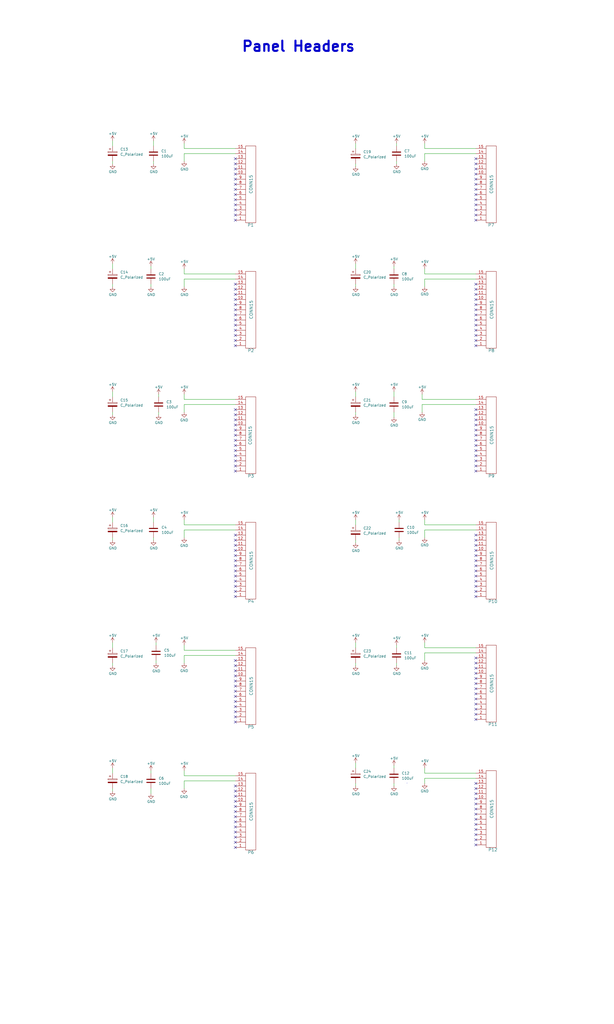
<source format=kicad_sch>
(kicad_sch (version 20250114) (generator "eeschema") (generator_version "9.0")
  (paper "User" 304.8 508)
  (title_block (title "Arena 12-12 top :: Modular LED Display") (date "2025-07-25") (rev "v11.4.3") (company "IORodeo for Reiserlab @ Janelia"))
  (lib_symbols
    (symbol "Device:C" (pin_numbers (hide yes)) (pin_names (offset 0.254))
      (property "Reference" "C" (at 0.635 2.54 0))
      (property "Value" "C" (at 0.635 -2.54 0))
      (symbol "C_0_1"
        (polyline (pts (xy -2.032 0.762) (xy 2.032 0.762)) (stroke (width 0.508)))
        (polyline (pts (xy -2.032 -0.762) (xy 2.032 -0.762)) (stroke (width 0.508)))
      )
      (symbol "C_1_1"
        (pin passive line (at 0 3.81 270) (length 2.794) (name "~") (number "1"))
        (pin passive line (at 0 -3.81 90) (length 2.794) (name "~") (number "2"))
      )
    )
    (symbol "Device:C_Polarized" (pin_numbers (hide yes)) (pin_names (offset 0.254))
      (property "Reference" "C" (at 0.635 2.54 0))
      (property "Value" "C_Polarized" (at 0.635 -2.54 0))
      (symbol "C_Polarized_0_1"
        (rectangle (start -2.286 0.508) (end 2.286 1.016))
        (polyline (pts (xy -1.778 2.286) (xy -0.762 2.286)))
        (polyline (pts (xy -1.27 2.794) (xy -1.27 1.778)))
        (rectangle (start 2.286 -0.508) (end -2.286 -1.016) (fill (type outline)))
      )
      (symbol "C_Polarized_1_1"
        (pin passive line (at 0 3.81 270) (length 2.794) (name "~") (number "1"))
        (pin passive line (at 0 -3.81 90) (length 2.794) (name "~") (number "2"))
      )
    )
    (symbol "arena_custom:CONN15" (pin_names (offset 1.016))
      (property "Reference" "P" (at -17.78 6.35 0))
      (property "Value" "CONN15" (at 13.97 6.35 0))
      (symbol "CONN15_0_1"
        (rectangle (start -19.05 5.08) (end 19.05 0))
      )
      (symbol "CONN15_1_1"
        (pin passive line (at -17.78 -5.08 90) (length 5.08) (name "~") (number "1"))
        (pin passive line (at -15.24 -5.08 90) (length 5.08) (name "~") (number "2"))
        (pin passive line (at -12.7 -5.08 90) (length 5.08) (name "~") (number "3"))
        (pin passive line (at -10.16 -5.08 90) (length 5.08) (name "~") (number "4"))
        (pin passive line (at -7.62 -5.08 90) (length 5.08) (name "~") (number "5"))
        (pin passive line (at -5.08 -5.08 90) (length 5.08) (name "~") (number "6"))
        (pin passive line (at -2.54 -5.08 90) (length 5.08) (name "~") (number "7"))
        (pin passive line (at 0 -5.08 90) (length 5.08) (name "~") (number "8"))
        (pin passive line (at 2.54 -5.08 90) (length 5.08) (name "~") (number "9"))
        (pin passive line (at 5.08 -5.08 90) (length 5.08) (name "~") (number "10"))
        (pin passive line (at 7.62 -5.08 90) (length 5.08) (name "~") (number "11"))
        (pin passive line (at 10.16 -5.08 90) (length 5.08) (name "~") (number "12"))
        (pin passive line (at 12.7 -5.08 90) (length 5.08) (name "~") (number "13"))
        (pin passive line (at 15.24 -5.08 90) (length 5.08) (name "~") (number "14"))
        (pin passive line (at 17.78 -5.08 90) (length 5.08) (name "~") (number "15"))
      )
    )
    (symbol "power:+5V" (power) (pin_names (offset 0))
      (property "Value" "+5V" (at 0 3.556 0))
      (symbol "+5V_0_1"
        (polyline (pts (xy -0.762 1.27) (xy 0 2.54)))
        (polyline (pts (xy 0 2.54) (xy 0.762 1.27)))
        (polyline (pts (xy 0 0) (xy 0 2.54)))
      )
      (symbol "+5V_1_1"
        (pin power_in line (at 0 0 90) (length 0) (hide yes) (name "+5V") (number "1"))
      )
    )
    (symbol "power:GND" (power) (pin_names (offset 0))
      (property "Value" "GND" (at 0 -3.81 0))
      (symbol "GND_0_1"
        (polyline (pts (xy 0 0) (xy 0 -1.27) (xy 1.27 -1.27) (xy 0 -2.54) (xy -1.27 -1.27) (xy 0 -1.27)))
      )
      (symbol "GND_1_1"
        (pin power_in line (at 0 0 270) (length 0) (hide yes) (name "GND") (number "1"))
      )
    )
  )
  (bus_alias "PAN3V" (members "RESET" "SCK_0" "MOSI_0" "MISO_0" "SCK_1" "MOSI_1" "MISO_1" "CS_00" "CS_01" "CS_02" "CS_03" "CS_04" "CS_05" "CS_06" "CS_07" "CS_08" "CS_09" "CS_10" "CS_11" "CS_12" "CS_13" "CS_14" "CS_15" "CS_16" "CS_17" "CS_18" "CS_19" "CS_20" "CS_21" "CS_22" "CS_23" "CS_24" "CS_25" "CS_26" "CS_27" "CS_28" "CS_29" "EXT_INT"))
  (bus_alias "PAN5V" (members "SCK_0_P1" "SCK_0_P2" "SCK_0_P3" "SCK_0_P4" "SCK_0_P5" "SCK_0_P5" "SCK_0_P6" "MOSI_0_P1" "MOSI_0_P2" "MOSI_0_P3" "MOSI_0_P4" "MOSI_0_P5" "MOSI_0_P6" "SCK_1_P7" "SCK_1_P8" "SCK_1_P9" "SCK_1_P10" "SCK_1_P11" "SCK_1_P12" "MOSI_1_P7" "MOSI_1_P8" "MOSI_1_P9" "MOSI_1_P10" "MOSI_1_P11" "MOSI_1_P12" "CS_00_P1" "CS_00_P7" "CS_01_P1" "CS_01_P7" "CS_02_P1" "CS_02_P7" "CS_03_P1" "CS_03_P7" "CS_04_P1" "CS_04_P7" "CS_05_P2" "CS_05_P8" "CS_06_P2" "CS_06_P8" "CS_07_P2" "CS_07_P8" "CS_08_P2" "CS_08_P8" "CS_09_P2" "CS_09_P8" "CS_10_P3" "CS_10_P9" "CS_11_P3" "CS_11_P9" "CS_12_P3" "CS_12_P9" "CS_13_P3" "CS_13_P9" "CS_14_P3" "CS_14_P9" "CS_15_P4" "CS_15_P10" "CS_16_P4" "CS_16_P10" "CS_17_P4" "CS_17_P10" "CS_18_P4" "CS_18_P10" "CS_19_P4" "CS_19_P10" "CS_20_P5" "CS_20_P11" "CS_21_P5" "CS_21_P11" "CS_22_P5" "CS_22_P11" "CS_23_P5" "CS_23_P11" "CS_24_P5" "CS_24_P11" "CS_25_P6" "CS_25_P12" "CS_26_P6" "CS_26_P12" "CS_27_P6" "CS_27_P12" "CS_28_P6" "CS_28_P12" "CS_29_P6" "CS_29_P12" "MISO_0" "MISO_1" "RESET" "EXT_INT"))
  (text "Panel Headers" (at 119.634 26.162 0) (effects (font (size 5.08 5.08) (thickness 1.016) (bold yes)) (justify left bottom)))
  (no_connect (at 236.22 208.28))
  (no_connect (at 116.84 140.97))
  (no_connect (at 236.22 267.97))
  (no_connect (at 116.84 78.74))
  (no_connect (at 116.84 101.6))
  (no_connect (at 116.84 358.14))
  (no_connect (at 236.22 153.67))
  (no_connect (at 236.22 393.7))
  (no_connect (at 236.22 403.86))
  (no_connect (at 116.84 389.89))
  (no_connect (at 116.84 267.97))
  (no_connect (at 236.22 326.39))
  (no_connect (at 116.84 412.75))
  (no_connect (at 116.84 153.67))
  (no_connect (at 236.22 354.33))
  (no_connect (at 236.22 93.98))
  (no_connect (at 236.22 109.22))
  (no_connect (at 236.22 213.36))
  (no_connect (at 116.84 148.59))
  (no_connect (at 116.84 273.05))
  (no_connect (at 116.84 213.36))
  (no_connect (at 116.84 392.43))
  (no_connect (at 116.84 96.52))
  (no_connect (at 116.84 106.68))
  (no_connect (at 236.22 163.83))
  (no_connect (at 116.84 283.21))
  (no_connect (at 236.22 215.9))
  (no_connect (at 236.22 280.67))
  (no_connect (at 236.22 143.51))
  (no_connect (at 116.84 275.59))
  (no_connect (at 236.22 166.37))
  (no_connect (at 116.84 353.06))
  (no_connect (at 236.22 346.71))
  (no_connect (at 116.84 158.75))
  (no_connect (at 236.22 293.37))
  (no_connect (at 116.84 143.51))
  (no_connect (at 116.84 171.45))
  (no_connect (at 116.84 290.83))
  (no_connect (at 236.22 275.59))
  (no_connect (at 116.84 91.44))
  (no_connect (at 236.22 88.9))
  (no_connect (at 116.84 265.43))
  (no_connect (at 236.22 78.74))
  (no_connect (at 116.84 231.14))
  (no_connect (at 116.84 228.6))
  (no_connect (at 116.84 86.36))
  (no_connect (at 116.84 203.2))
  (no_connect (at 116.84 280.67))
  (no_connect (at 116.84 109.22))
  (no_connect (at 116.84 270.51))
  (no_connect (at 236.22 265.43))
  (no_connect (at 236.22 210.82))
  (no_connect (at 116.84 93.98))
  (no_connect (at 116.84 210.82))
  (no_connect (at 116.84 394.97))
  (no_connect (at 236.22 148.59))
  (no_connect (at 116.84 146.05))
  (no_connect (at 116.84 350.52))
  (no_connect (at 116.84 168.91))
  (no_connect (at 236.22 388.62))
  (no_connect (at 236.22 414.02))
  (no_connect (at 116.84 226.06))
  (no_connect (at 236.22 290.83))
  (no_connect (at 116.84 99.06))
  (no_connect (at 236.22 146.05))
  (no_connect (at 236.22 96.52))
  (no_connect (at 236.22 99.06))
  (no_connect (at 116.84 278.13))
  (no_connect (at 236.22 356.87))
  (no_connect (at 116.84 288.29))
  (no_connect (at 236.22 288.29))
  (no_connect (at 116.84 340.36))
  (no_connect (at 116.84 295.91))
  (no_connect (at 116.84 208.28))
  (no_connect (at 236.22 83.82))
  (no_connect (at 116.84 327.66))
  (no_connect (at 236.22 231.14))
  (no_connect (at 236.22 158.75))
  (no_connect (at 236.22 273.05))
  (no_connect (at 236.22 398.78))
  (no_connect (at 236.22 411.48))
  (no_connect (at 116.84 81.28))
  (no_connect (at 116.84 83.82))
  (no_connect (at 116.84 420.37))
  (no_connect (at 116.84 400.05))
  (no_connect (at 236.22 331.47))
  (no_connect (at 236.22 205.74))
  (no_connect (at 236.22 328.93))
  (no_connect (at 236.22 140.97))
  (no_connect (at 116.84 104.14))
  (no_connect (at 116.84 205.74))
  (no_connect (at 236.22 104.14))
  (no_connect (at 236.22 295.91))
  (no_connect (at 116.84 163.83))
  (no_connect (at 236.22 334.01))
  (no_connect (at 116.84 293.37))
  (no_connect (at 116.84 397.51))
  (no_connect (at 236.22 416.56))
  (no_connect (at 236.22 171.45))
  (no_connect (at 236.22 339.09))
  (no_connect (at 116.84 345.44))
  (no_connect (at 236.22 203.2))
  (no_connect (at 236.22 161.29))
  (no_connect (at 236.22 401.32))
  (no_connect (at 116.84 405.13))
  (no_connect (at 116.84 347.98))
  (no_connect (at 236.22 106.68))
  (no_connect (at 236.22 226.06))
  (no_connect (at 116.84 332.74))
  (no_connect (at 116.84 335.28))
  (no_connect (at 116.84 415.29))
  (no_connect (at 236.22 408.94))
  (no_connect (at 116.84 161.29))
  (no_connect (at 116.84 330.2))
  (no_connect (at 236.22 419.1))
  (no_connect (at 236.22 396.24))
  (no_connect (at 236.22 86.36))
  (no_connect (at 236.22 391.16))
  (no_connect (at 116.84 220.98))
  (no_connect (at 236.22 228.6))
  (no_connect (at 236.22 233.68))
  (no_connect (at 116.84 223.52))
  (no_connect (at 236.22 218.44))
  (no_connect (at 236.22 220.98))
  (no_connect (at 116.84 285.75))
  (no_connect (at 116.84 410.21))
  (no_connect (at 236.22 351.79))
  (no_connect (at 116.84 218.44))
  (no_connect (at 236.22 101.6))
  (no_connect (at 116.84 407.67))
  (no_connect (at 116.84 337.82))
  (no_connect (at 236.22 151.13))
  (no_connect (at 236.22 336.55))
  (no_connect (at 116.84 156.21))
  (no_connect (at 236.22 349.25))
  (no_connect (at 116.84 417.83))
  (no_connect (at 116.84 233.68))
  (no_connect (at 236.22 406.4))
  (no_connect (at 236.22 223.52))
  (no_connect (at 116.84 215.9))
  (no_connect (at 116.84 342.9))
  (no_connect (at 116.84 151.13))
  (no_connect (at 116.84 402.59))
  (no_connect (at 236.22 91.44))
  (no_connect (at 236.22 278.13))
  (no_connect (at 236.22 341.63))
  (no_connect (at 236.22 283.21))
  (no_connect (at 116.84 166.37))
  (no_connect (at 236.22 156.21))
  (no_connect (at 236.22 81.28))
  (no_connect (at 116.84 88.9))
  (no_connect (at 236.22 168.91))
  (no_connect (at 236.22 344.17))
  (no_connect (at 236.22 270.51))
  (no_connect (at 236.22 285.75))
  (no_connect (at 116.84 355.6))
  (wire (pts (xy 198.12 257.81) (xy 198.12 259.08)))
  (wire (pts (xy 176.53 257.81) (xy 176.53 260.35)))
  (wire (pts (xy 210.82 386.08) (xy 236.22 386.08)))
  (wire (pts (xy 91.44 384.81) (xy 116.84 384.81)))
  (wire (pts (xy 210.82 323.85) (xy 210.82 327.66)))
  (wire (pts (xy 91.44 195.58) (xy 91.44 198.12)))
  (wire (pts (xy 195.58 142.24) (xy 195.58 140.97)))
  (wire (pts (xy 91.44 325.12) (xy 91.44 328.93)))
  (wire (pts (xy 91.44 262.89) (xy 91.44 266.7)))
  (wire (pts (xy 55.88 381) (xy 55.88 383.54)))
  (wire (pts (xy 91.44 198.12) (xy 116.84 198.12)))
  (wire (pts (xy 55.88 318.77) (xy 55.88 321.31)))
  (wire (pts (xy 91.44 322.58) (xy 116.84 322.58)))
  (wire (pts (xy 91.44 320.04) (xy 91.44 322.58)))
  (wire (pts (xy 91.44 387.35) (xy 116.84 387.35)))
  (wire (pts (xy 176.53 130.81) (xy 176.53 133.35)))
  (wire (pts (xy 196.85 320.04) (xy 196.85 321.31)))
  (wire (pts (xy 209.55 195.58) (xy 209.55 198.12)))
  (wire (pts (xy 76.2 80.01) (xy 76.2 81.28)))
  (wire (pts (xy 209.55 200.66) (xy 209.55 204.47)))
  (wire (pts (xy 91.44 382.27) (xy 91.44 384.81)))
  (wire (pts (xy 91.44 260.35) (xy 116.84 260.35)))
  (wire (pts (xy 55.88 328.93) (xy 55.88 330.2)))
  (wire (pts (xy 91.44 133.35) (xy 91.44 135.89)))
  (wire (pts (xy 176.53 388.62) (xy 176.53 389.89)))
  (wire (pts (xy 196.85 80.01) (xy 196.85 81.28)))
  (wire (pts (xy 55.88 130.81) (xy 55.88 133.35)))
  (wire (pts (xy 210.82 71.12) (xy 210.82 73.66)))
  (wire (pts (xy 91.44 200.66) (xy 116.84 200.66)))
  (wire (pts (xy 74.93 391.16) (xy 74.93 393.7)))
  (wire (pts (xy 176.53 318.77) (xy 176.53 321.31)))
  (wire (pts (xy 76.2 69.85) (xy 76.2 72.39)))
  (polyline (pts (xy 202.057 388.366) (xy 202.057 388.493)))
  (wire (pts (xy 176.53 81.28) (xy 176.53 82.55)))
  (wire (pts (xy 198.12 266.7) (xy 198.12 267.97)))
  (wire (pts (xy 196.85 328.93) (xy 196.85 330.2)))
  (wire (pts (xy 195.58 379.73) (xy 195.58 381)))
  (wire (pts (xy 55.88 140.97) (xy 55.88 142.24)))
  (wire (pts (xy 74.93 382.27) (xy 74.93 383.54)))
  (wire (pts (xy 210.82 138.43) (xy 236.22 138.43)))
  (wire (pts (xy 210.82 257.81) (xy 210.82 260.35)))
  (wire (pts (xy 210.82 73.66) (xy 236.22 73.66)))
  (wire (pts (xy 91.44 73.66) (xy 116.84 73.66)))
  (wire (pts (xy 176.53 71.12) (xy 176.53 73.66)))
  (wire (pts (xy 91.44 262.89) (xy 116.84 262.89)))
  (wire (pts (xy 209.55 200.66) (xy 236.22 200.66)))
  (wire (pts (xy 78.74 195.58) (xy 78.74 196.85)))
  (wire (pts (xy 210.82 321.31) (xy 236.22 321.31)))
  (wire (pts (xy 210.82 260.35) (xy 236.22 260.35)))
  (wire (pts (xy 91.44 138.43) (xy 116.84 138.43)))
  (wire (pts (xy 55.88 266.7) (xy 55.88 267.97)))
  (wire (pts (xy 210.82 386.08) (xy 210.82 388.62)))
  (wire (pts (xy 210.82 262.89) (xy 210.82 266.7)))
  (wire (pts (xy 78.74 204.47) (xy 78.74 205.74)))
  (wire (pts (xy 210.82 262.89) (xy 236.22 262.89)))
  (wire (pts (xy 77.47 318.77) (xy 77.47 320.04)))
  (wire (pts (xy 55.88 256.54) (xy 55.88 259.08)))
  (wire (pts (xy 209.55 198.12) (xy 236.22 198.12)))
  (wire (pts (xy 91.44 257.81) (xy 91.44 260.35)))
  (wire (pts (xy 210.82 76.2) (xy 210.82 80.01)))
  (wire (pts (xy 210.82 323.85) (xy 236.22 323.85)))
  (wire (pts (xy 55.88 80.01) (xy 55.88 81.28)))
  (wire (pts (xy 176.53 267.97) (xy 176.53 269.24)))
  (wire (pts (xy 210.82 135.89) (xy 236.22 135.89)))
  (wire (pts (xy 210.82 383.54) (xy 236.22 383.54)))
  (wire (pts (xy 195.58 204.47) (xy 195.58 207.01)))
  (wire (pts (xy 74.93 132.08) (xy 74.93 133.35)))
  (wire (pts (xy 176.53 328.93) (xy 176.53 330.2)))
  (wire (pts (xy 195.58 194.31) (xy 195.58 196.85)))
  (wire (pts (xy 210.82 138.43) (xy 210.82 142.24)))
  (wire (pts (xy 91.44 387.35) (xy 91.44 391.16)))
  (wire (pts (xy 76.2 256.54) (xy 76.2 259.08)))
  (wire (pts (xy 91.44 200.66) (xy 91.44 204.47)))
  (wire (pts (xy 91.44 76.2) (xy 91.44 80.01)))
  (wire (pts (xy 210.82 318.77) (xy 210.82 321.31)))
  (wire (pts (xy 176.53 140.97) (xy 176.53 142.24)))
  (wire (pts (xy 91.44 76.2) (xy 116.84 76.2)))
  (wire (pts (xy 195.58 132.08) (xy 195.58 133.35)))
  (wire (pts (xy 210.82 133.35) (xy 210.82 135.89)))
  (wire (pts (xy 176.53 194.31) (xy 176.53 196.85)))
  (wire (pts (xy 91.44 138.43) (xy 91.44 142.24)))
  (wire (pts (xy 76.2 266.7) (xy 76.2 267.97)))
  (wire (pts (xy 210.82 76.2) (xy 236.22 76.2)))
  (wire (pts (xy 77.47 327.66) (xy 77.47 328.93)))
  (wire (pts (xy 74.93 140.97) (xy 74.93 142.24)))
  (wire (pts (xy 196.85 71.12) (xy 196.85 72.39)))
  (wire (pts (xy 210.82 381) (xy 210.82 383.54)))
  (wire (pts (xy 91.44 135.89) (xy 116.84 135.89)))
  (wire (pts (xy 91.44 325.12) (xy 116.84 325.12)))
  (wire (pts (xy 91.44 71.12) (xy 91.44 73.66)))
  (wire (pts (xy 55.88 194.31) (xy 55.88 196.85)))
  (wire (pts (xy 55.88 391.16) (xy 55.88 392.43)))
  (wire (pts (xy 55.88 204.47) (xy 55.88 205.74)))
  (wire (pts (xy 195.58 388.62) (xy 195.58 389.89)))
  (wire (pts (xy 55.88 69.85) (xy 55.88 72.39)))
  (wire (pts (xy 176.53 378.46) (xy 176.53 381)))
  (wire (pts (xy 176.53 204.47) (xy 176.53 205.74)))
  (symbol (lib_id "power:GND") (at 210.82 80.01 0) (unit 1)
    (property "Reference" "#PWR044" (effects (hide yes)))
    (property "Value" "GND" (at 210.82 83.693 0))
  )
  (symbol (lib_id "power:+5V") (at 91.44 382.27 0) (unit 1)
    (property "Reference" "#PWR038" (effects (hide yes)))
    (property "Value" "+5V" (at 91.44 378.714 0))
  )
  (symbol (lib_id "Device:C") (at 195.58 137.16 0) (unit 1)
    (property "Reference" "C8" (at 199.39 135.8899 0) (effects (justify left)))
    (property "Value" "100uF" (at 199.39 138.4299 0) (effects (justify left)))
    (property "Footprint" "Capacitor_SMD:C_1210_3225Metric" (effects (hide yes)))
    (property "Datasheet" "https://www.lcsc.com/datasheet/lcsc_datasheet_2403201122_Chinocera-HGC1210R5107M160NSVK_C7432790.pdf" (effects (hide yes)))
    (property "LCSC Part #" "C7432790" (effects (hide yes)))
    (property "MPN" "HGC1210R5107M160NSVK" (effects (hide yes)))
  )
  (symbol (lib_id "arena_custom:CONN15") (at 121.92 340.36 270) (mirror x) (unit 1)
    (property "Reference" "P5" (at 122.936 360.553 90) (effects (font (size 1.524 1.524)) (justify left)))
    (property "Value" "CONN15" (at 124.714 345.059 0) (effects (font (size 1.524 1.524)) (justify left)))
    (property "Footprint" "arena_custom:HEADER_TOP" (effects (hide yes)))
    (property "Datasheet" "https://www.lcsc.com/datasheet/lcsc_datasheet_2311221544_Megastar-ZX-PZ2-54-1-15PZZ_C7501269.pdf" (effects (hide yes)))
    (property "DigiKey PN" "S1011EC-40-ND" (effects (hide yes)))
    (property "LCSC Part #" "C7501269" (effects (hide yes)))
    (property "MPN" "PRPC040SAAN-RC" (effects (hide yes)))
  )
  (symbol (lib_id "power:+5V") (at 55.88 318.77 0) (unit 1)
    (property "Reference" "#PWR017" (effects (hide yes)))
    (property "Value" "+5V" (at 55.88 315.214 0))
  )
  (symbol (lib_id "Device:C_Polarized") (at 55.88 76.2 0) (unit 1)
    (property "Reference" "C13" (at 59.69 74.0409 0) (effects (justify left)))
    (property "Value" "C_Polarized" (at 59.69 76.5809 0) (effects (justify left)))
    (property "Footprint" "Capacitor_SMD:CP_Elec_6.3x7.7" (effects (hide yes)))
    (property "Datasheet" "https://octopart.com/datasheet/eeefth101xap-panasonic-19787188" (effects (hide yes)))
    (property "Description" "Polarized capacitor" (effects (hide yes)))
    (property "DigiKey PN" "PCE5024TR-ND" (effects (hide yes)))
    (property "LCSC Part #" "C165974" (effects (hide yes)))
    (property "MPN" "EEEFTH101XAP" (effects (hide yes)))
  )
  (symbol (lib_id "power:GND") (at 91.44 142.24 0) (unit 1)
    (property "Reference" "#PWR051" (effects (hide yes)))
    (property "Value" "GND" (at 91.567 146.177 0))
  )
  (symbol (lib_id "power:GND") (at 74.93 393.7 0) (unit 1)
    (property "Reference" "#PWR090" (effects (hide yes)))
    (property "Value" "GND" (at 75.057 397.637 0))
  )
  (symbol (lib_id "Device:C_Polarized") (at 55.88 200.66 0) (unit 1)
    (property "Reference" "C15" (at 59.69 198.5009 0) (effects (justify left)))
    (property "Value" "C_Polarized" (at 59.69 201.0409 0) (effects (justify left)))
    (property "Footprint" "Capacitor_SMD:CP_Elec_6.3x7.7" (effects (hide yes)))
    (property "Datasheet" "https://octopart.com/datasheet/eeefth101xap-panasonic-19787188" (effects (hide yes)))
    (property "Description" "Polarized capacitor" (effects (hide yes)))
    (property "DigiKey PN" "PCE5024TR-ND" (effects (hide yes)))
    (property "LCSC Part #" "C165974" (effects (hide yes)))
    (property "MPN" "EEEFTH101XAP" (effects (hide yes)))
  )
  (symbol (lib_id "power:+5V") (at 55.88 381 0) (unit 1)
    (property "Reference" "#PWR019" (effects (hide yes)))
    (property "Value" "+5V" (at 55.88 377.444 0))
  )
  (symbol (lib_id "Device:C") (at 198.12 262.89 0) (unit 1)
    (property "Reference" "C10" (at 201.93 261.6199 0) (effects (justify left)))
    (property "Value" "100uF" (at 201.93 264.1599 0) (effects (justify left)))
    (property "Footprint" "Capacitor_SMD:C_1210_3225Metric" (effects (hide yes)))
    (property "Datasheet" "https://www.lcsc.com/datasheet/lcsc_datasheet_2403201122_Chinocera-HGC1210R5107M160NSVK_C7432790.pdf" (effects (hide yes)))
    (property "LCSC Part #" "C7432790" (effects (hide yes)))
    (property "MPN" "HGC1210R5107M160NSVK" (effects (hide yes)))
  )
  (symbol (lib_id "power:GND") (at 195.58 142.24 0) (unit 1)
    (property "Reference" "#PWR094" (effects (hide yes)))
    (property "Value" "GND" (at 195.707 146.177 0))
  )
  (symbol (lib_id "Device:C") (at 76.2 76.2 0) (unit 1)
    (property "Reference" "C1" (at 80.01 74.9299 0) (effects (justify left)))
    (property "Value" "100uF" (at 80.01 77.4699 0) (effects (justify left)))
    (property "Footprint" "Capacitor_SMD:C_1210_3225Metric" (effects (hide yes)))
    (property "Datasheet" "https://www.lcsc.com/datasheet/lcsc_datasheet_2403201122_Chinocera-HGC1210R5107M160NSVK_C7432790.pdf" (effects (hide yes)))
    (property "LCSC Part #" "C7432790" (effects (hide yes)))
    (property "MPN" "HGC1210R5107M160NSVK" (effects (hide yes)))
  )
  (symbol (lib_id "power:+5V") (at 195.58 132.08 0) (unit 1)
    (property "Reference" "#PWR093" (effects (hide yes)))
    (property "Value" "+5V" (at 195.58 128.524 0))
  )
  (symbol (lib_id "power:+5V") (at 176.53 130.81 0) (unit 1)
    (property "Reference" "#PWR027" (effects (hide yes)))
    (property "Value" "+5V" (at 176.53 127.254 0))
  )
  (symbol (lib_id "power:GND") (at 196.85 81.28 0) (unit 1)
    (property "Reference" "#PWR092" (effects (hide yes)))
    (property "Value" "GND" (at 196.977 85.217 0))
  )
  (symbol (lib_id "Device:C_Polarized") (at 55.88 137.16 0) (unit 1)
    (property "Reference" "C14" (at 59.69 135.0009 0) (effects (justify left)))
    (property "Value" "C_Polarized" (at 59.69 137.5409 0) (effects (justify left)))
    (property "Footprint" "Capacitor_SMD:CP_Elec_6.3x7.7" (effects (hide yes)))
    (property "Datasheet" "https://octopart.com/datasheet/eeefth101xap-panasonic-19787188" (effects (hide yes)))
    (property "Description" "Polarized capacitor" (effects (hide yes)))
    (property "DigiKey PN" "PCE5024TR-ND" (effects (hide yes)))
    (property "LCSC Part #" "C165974" (effects (hide yes)))
    (property "MPN" "EEEFTH101XAP" (effects (hide yes)))
  )
  (symbol (lib_id "Device:C_Polarized") (at 176.53 325.12 0) (unit 1)
    (property "Reference" "C23" (at 180.34 322.9609 0) (effects (justify left)))
    (property "Value" "C_Polarized" (at 180.34 325.5009 0) (effects (justify left)))
    (property "Footprint" "Capacitor_SMD:CP_Elec_6.3x7.7" (effects (hide yes)))
    (property "Datasheet" "https://octopart.com/datasheet/eeefth101xap-panasonic-19787188" (effects (hide yes)))
    (property "Description" "Polarized capacitor" (effects (hide yes)))
    (property "DigiKey PN" "PCE5024TR-ND" (effects (hide yes)))
    (property "LCSC Part #" "C165974" (effects (hide yes)))
    (property "MPN" "EEEFTH101XAP" (effects (hide yes)))
  )
  (symbol (lib_id "power:GND") (at 91.44 391.16 0) (unit 1)
    (property "Reference" "#PWR059" (effects (hide yes)))
    (property "Value" "GND" (at 91.313 395.224 0))
  )
  (symbol (lib_id "arena_custom:CONN15") (at 121.92 278.13 270) (mirror x) (unit 1)
    (property "Reference" "P4" (at 122.936 298.323 90) (effects (font (size 1.524 1.524)) (justify left)))
    (property "Value" "CONN15" (at 124.714 282.829 0) (effects (font (size 1.524 1.524)) (justify left)))
    (property "Footprint" "arena_custom:HEADER_TOP" (effects (hide yes)))
    (property "Datasheet" "https://www.lcsc.com/datasheet/lcsc_datasheet_2311221544_Megastar-ZX-PZ2-54-1-15PZZ_C7501269.pdf" (effects (hide yes)))
    (property "DigiKey PN" "S1011EC-40-ND" (effects (hide yes)))
    (property "LCSC Part #" "C7501269" (effects (hide yes)))
    (property "MPN" "PRPC040SAAN-RC" (effects (hide yes)))
  )
  (symbol (lib_id "Device:C_Polarized") (at 176.53 77.47 0) (unit 1)
    (property "Reference" "C19" (at 180.34 75.3109 0) (effects (justify left)))
    (property "Value" "C_Polarized" (at 180.34 77.8509 0) (effects (justify left)))
    (property "Footprint" "Capacitor_SMD:CP_Elec_6.3x7.7" (effects (hide yes)))
    (property "Datasheet" "https://octopart.com/datasheet/eeefth101xap-panasonic-19787188" (effects (hide yes)))
    (property "Description" "Polarized capacitor" (effects (hide yes)))
    (property "DigiKey PN" "PCE5024TR-ND" (effects (hide yes)))
    (property "LCSC Part #" "C165974" (effects (hide yes)))
    (property "MPN" "EEEFTH101XAP" (effects (hide yes)))
  )
  (symbol (lib_id "power:GND") (at 74.93 142.24 0) (unit 1)
    (property "Reference" "#PWR082" (effects (hide yes)))
    (property "Value" "GND" (at 75.057 146.177 0))
  )
  (symbol (lib_id "power:GND") (at 91.44 266.7 0) (unit 1)
    (property "Reference" "#PWR055" (effects (hide yes)))
    (property "Value" "GND" (at 91.44 270.637 0))
  )
  (symbol (lib_id "power:+5V") (at 210.82 381 0) (unit 1)
    (property "Reference" "#PWR058" (effects (hide yes)))
    (property "Value" "+5V" (at 210.82 377.444 0))
  )
  (symbol (lib_id "power:+5V") (at 91.44 71.12 0) (unit 1)
    (property "Reference" "#PWR02" (effects (hide yes)))
    (property "Value" "+5V" (at 91.44 67.564 0))
  )
  (symbol (lib_id "power:+5V") (at 210.82 71.12 0) (unit 1)
    (property "Reference" "#PWR078" (effects (hide yes)))
    (property "Value" "+5V" (at 210.82 67.564 0))
  )
  (symbol (lib_id "power:+5V") (at 77.47 318.77 0) (unit 1)
    (property "Reference" "#PWR087" (effects (hide yes)))
    (property "Value" "+5V" (at 77.47 315.214 0))
  )
  (symbol (lib_id "arena_custom:CONN15") (at 241.3 339.09 270) (mirror x) (unit 1)
    (property "Reference" "P11" (at 242.316 359.283 90) (effects (font (size 1.524 1.524)) (justify left)))
    (property "Value" "CONN15" (at 244.094 343.789 0) (effects (font (size 1.524 1.524)) (justify left)))
    (property "Footprint" "arena_custom:HEADER_TOP" (effects (hide yes)))
    (property "Datasheet" "https://www.lcsc.com/datasheet/lcsc_datasheet_2311221544_Megastar-ZX-PZ2-54-1-15PZZ_C7501269.pdf" (effects (hide yes)))
    (property "DigiKey PN" "S1011EC-40-ND" (effects (hide yes)))
    (property "LCSC Part #" "C7501269" (effects (hide yes)))
    (property "MPN" "PRPC040SAAN-RC" (effects (hide yes)))
  )
  (symbol (lib_id "power:GND") (at 55.88 205.74 0) (unit 1)
    (property "Reference" "#PWR014" (effects (hide yes)))
    (property "Value" "GND" (at 56.007 209.677 0))
  )
  (symbol (lib_id "Device:C") (at 76.2 262.89 0) (unit 1)
    (property "Reference" "C4" (at 80.137 261.6199 0) (effects (justify left)))
    (property "Value" "100uF" (at 80.137 264.1599 0) (effects (justify left)))
    (property "Footprint" "Capacitor_SMD:C_1210_3225Metric" (effects (hide yes)))
    (property "Datasheet" "https://www.lcsc.com/datasheet/lcsc_datasheet_2403201122_Chinocera-HGC1210R5107M160NSVK_C7432790.pdf" (effects (hide yes)))
    (property "LCSC Part #" "C7432790" (effects (hide yes)))
    (property "MPN" "HGC1210R5107M160NSVK" (effects (hide yes)))
  )
  (symbol (lib_id "Device:C") (at 195.58 200.66 0) (unit 1)
    (property "Reference" "C9" (at 199.39 199.3899 0) (effects (justify left)))
    (property "Value" "100uF" (at 199.39 201.9299 0) (effects (justify left)))
    (property "Footprint" "Capacitor_SMD:C_1210_3225Metric" (effects (hide yes)))
    (property "Datasheet" "https://www.lcsc.com/datasheet/lcsc_datasheet_2403201122_Chinocera-HGC1210R5107M160NSVK_C7432790.pdf" (effects (hide yes)))
    (property "LCSC Part #" "C7432790" (effects (hide yes)))
    (property "MPN" "HGC1210R5107M160NSVK" (effects (hide yes)))
  )
  (symbol (lib_id "power:GND") (at 55.88 392.43 0) (unit 1)
    (property "Reference" "#PWR020" (effects (hide yes)))
    (property "Value" "GND" (at 56.007 396.367 0))
  )
  (symbol (lib_id "Device:C_Polarized") (at 176.53 200.66 0) (unit 1)
    (property "Reference" "C21" (at 180.34 198.5009 0) (effects (justify left)))
    (property "Value" "C_Polarized" (at 180.34 201.0409 0) (effects (justify left)))
    (property "Footprint" "Capacitor_SMD:CP_Elec_6.3x7.7" (effects (hide yes)))
    (property "Datasheet" "https://octopart.com/datasheet/eeefth101xap-panasonic-19787188" (effects (hide yes)))
    (property "Description" "Polarized capacitor" (effects (hide yes)))
    (property "DigiKey PN" "PCE5024TR-ND" (effects (hide yes)))
    (property "LCSC Part #" "C165974" (effects (hide yes)))
    (property "MPN" "EEEFTH101XAP" (effects (hide yes)))
  )
  (symbol (lib_id "power:GND") (at 210.82 327.66 0) (unit 1)
    (property "Reference" "#PWR048" (effects (hide yes)))
    (property "Value" "GND" (at 210.82 331.47 0))
  )
  (symbol (lib_id "power:GND") (at 195.58 207.01 0) (unit 1)
    (property "Reference" "#PWR096" (effects (hide yes)))
    (property "Value" "GND" (at 195.707 210.947 0))
  )
  (symbol (lib_id "power:GND") (at 77.47 328.93 0) (unit 1)
    (property "Reference" "#PWR088" (effects (hide yes)))
    (property "Value" "GND" (at 77.597 332.867 0))
  )
  (symbol (lib_id "power:GND") (at 210.82 266.7 0) (unit 1)
    (property "Reference" "#PWR047" (effects (hide yes)))
    (property "Value" "GND" (at 210.82 270.383 0))
  )
  (symbol (lib_id "Device:C") (at 78.74 200.66 0) (unit 1)
    (property "Reference" "C3" (at 82.55 199.3899 0) (effects (justify left)))
    (property "Value" "100uF" (at 82.55 201.9299 0) (effects (justify left)))
    (property "Footprint" "Capacitor_SMD:C_1210_3225Metric" (effects (hide yes)))
    (property "Datasheet" "https://www.lcsc.com/datasheet/lcsc_datasheet_2403201122_Chinocera-HGC1210R5107M160NSVK_C7432790.pdf" (effects (hide yes)))
    (property "LCSC Part #" "C7432790" (effects (hide yes)))
    (property "MPN" "HGC1210R5107M160NSVK" (effects (hide yes)))
  )
  (symbol (lib_id "power:+5V") (at 196.85 71.12 0) (unit 1)
    (property "Reference" "#PWR091" (effects (hide yes)))
    (property "Value" "+5V" (at 196.85 67.564 0))
  )
  (symbol (lib_id "power:GND") (at 198.12 267.97 0) (unit 1)
    (property "Reference" "#PWR098" (effects (hide yes)))
    (property "Value" "GND" (at 198.247 271.907 0))
  )
  (symbol (lib_id "power:GND") (at 76.2 81.28 0) (unit 1)
    (property "Reference" "#PWR080" (effects (hide yes)))
    (property "Value" "GND" (at 76.327 85.217 0))
  )
  (symbol (lib_id "power:+5V") (at 198.12 257.81 0) (unit 1)
    (property "Reference" "#PWR097" (effects (hide yes)))
    (property "Value" "+5V" (at 198.12 254.254 0))
  )
  (symbol (lib_id "power:GND") (at 55.88 81.28 0) (unit 1)
    (property "Reference" "#PWR05" (effects (hide yes)))
    (property "Value" "GND" (at 56.007 85.217 0))
  )
  (symbol (lib_id "power:+5V") (at 195.58 379.73 0) (unit 1)
    (property "Reference" "#PWR0101" (effects (hide yes)))
    (property "Value" "+5V" (at 195.58 376.174 0))
  )
  (symbol (lib_id "arena_custom:CONN15") (at 241.3 215.9 270) (mirror x) (unit 1)
    (property "Reference" "P9" (at 242.316 236.093 90) (effects (font (size 1.524 1.524)) (justify left)))
    (property "Value" "CONN15" (at 244.094 220.599 0) (effects (font (size 1.524 1.524)) (justify left)))
    (property "Footprint" "arena_custom:HEADER_TOP" (effects (hide yes)))
    (property "Datasheet" "https://www.lcsc.com/datasheet/lcsc_datasheet_2311221544_Megastar-ZX-PZ2-54-1-15PZZ_C7501269.pdf" (effects (hide yes)))
    (property "DigiKey PN" "S1011EC-40-ND" (effects (hide yes)))
    (property "LCSC Part #" "C7501269" (effects (hide yes)))
    (property "MPN" "PRPC040SAAN-RC" (effects (hide yes)))
  )
  (symbol (lib_id "power:+5V") (at 195.58 194.31 0) (unit 1)
    (property "Reference" "#PWR095" (effects (hide yes)))
    (property "Value" "+5V" (at 195.58 190.754 0))
  )
  (symbol (lib_id "Device:C") (at 74.93 387.35 0) (unit 1)
    (property "Reference" "C6" (at 78.74 386.0799 0) (effects (justify left)))
    (property "Value" "100uF" (at 78.74 388.6199 0) (effects (justify left)))
    (property "Footprint" "Capacitor_SMD:C_1210_3225Metric" (effects (hide yes)))
    (property "Datasheet" "https://www.lcsc.com/datasheet/lcsc_datasheet_2403201122_Chinocera-HGC1210R5107M160NSVK_C7432790.pdf" (effects (hide yes)))
    (property "LCSC Part #" "C7432790" (effects (hide yes)))
    (property "MPN" "HGC1210R5107M160NSVK" (effects (hide yes)))
  )
  (symbol (lib_id "arena_custom:CONN15") (at 121.92 402.59 270) (mirror x) (unit 1)
    (property "Reference" "P6" (at 122.936 422.783 90) (effects (font (size 1.524 1.524)) (justify left)))
    (property "Value" "CONN15" (at 124.714 407.289 0) (effects (font (size 1.524 1.524)) (justify left)))
    (property "Footprint" "arena_custom:HEADER_TOP" (effects (hide yes)))
    (property "Datasheet" "https://www.lcsc.com/datasheet/lcsc_datasheet_2311221544_Megastar-ZX-PZ2-54-1-15PZZ_C7501269.pdf" (effects (hide yes)))
    (property "DigiKey PN" "S1011EC-40-ND" (effects (hide yes)))
    (property "LCSC Part #" "C7501269" (effects (hide yes)))
    (property "MPN" "PRPC040SAAN-RC" (effects (hide yes)))
  )
  (symbol (lib_id "power:GND") (at 55.88 330.2 0) (unit 1)
    (property "Reference" "#PWR018" (effects (hide yes)))
    (property "Value" "GND" (at 56.007 334.137 0))
  )
  (symbol (lib_id "power:GND") (at 91.44 328.93 0) (unit 1)
    (property "Reference" "#PWR057" (effects (hide yes)))
    (property "Value" "GND" (at 91.44 332.74 0))
  )
  (symbol (lib_id "Device:C_Polarized") (at 176.53 137.16 0) (unit 1)
    (property "Reference" "C20" (at 180.34 135.0009 0) (effects (justify left)))
    (property "Value" "C_Polarized" (at 180.34 137.5409 0) (effects (justify left)))
    (property "Footprint" "Capacitor_SMD:CP_Elec_6.3x7.7" (effects (hide yes)))
    (property "Datasheet" "https://octopart.com/datasheet/eeefth101xap-panasonic-19787188" (effects (hide yes)))
    (property "Description" "Polarized capacitor" (effects (hide yes)))
    (property "DigiKey PN" "PCE5024TR-ND" (effects (hide yes)))
    (property "LCSC Part #" "C165974" (effects (hide yes)))
    (property "MPN" "EEEFTH101XAP" (effects (hide yes)))
  )
  (symbol (lib_id "power:+5V") (at 76.2 256.54 0) (unit 1)
    (property "Reference" "#PWR085" (effects (hide yes)))
    (property "Value" "+5V" (at 76.2 252.984 0))
  )
  (symbol (lib_id "arena_custom:CONN15") (at 241.3 401.32 270) (mirror x) (unit 1)
    (property "Reference" "P12" (at 242.316 421.513 90) (effects (font (size 1.524 1.524)) (justify left)))
    (property "Value" "CONN15" (at 244.094 406.019 0) (effects (font (size 1.524 1.524)) (justify left)))
    (property "Footprint" "arena_custom:HEADER_TOP" (effects (hide yes)))
    (property "Datasheet" "https://www.lcsc.com/datasheet/lcsc_datasheet_2311221544_Megastar-ZX-PZ2-54-1-15PZZ_C7501269.pdf" (effects (hide yes)))
    (property "DigiKey PN" "S1011EC-40-ND" (effects (hide yes)))
    (property "LCSC Part #" "C7501269" (effects (hide yes)))
    (property "MPN" "PRPC040SAAN-RC" (effects (hide yes)))
  )
  (symbol (lib_id "power:+5V") (at 74.93 132.08 0) (unit 1)
    (property "Reference" "#PWR081" (effects (hide yes)))
    (property "Value" "+5V" (at 74.93 128.524 0))
  )
  (symbol (lib_id "arena_custom:CONN15") (at 121.92 91.44 270) (mirror x) (unit 1)
    (property "Reference" "P1" (at 122.809 111.633 90) (effects (font (size 1.524 1.524)) (justify left)))
    (property "Value" "CONN15" (at 124.587 96.139 0) (effects (font (size 1.524 1.524)) (justify left)))
    (property "Footprint" "arena_custom:HEADER_TOP" (effects (hide yes)))
    (property "Datasheet" "https://www.lcsc.com/datasheet/lcsc_datasheet_2311221544_Megastar-ZX-PZ2-54-1-15PZZ_C7501269.pdf" (effects (hide yes)))
    (property "DigiKey PN" "S1011EC-40-ND" (effects (hide yes)))
    (property "LCSC Part #" "C7501269" (effects (hide yes)))
    (property "MPN" "PRPC040SAAN-RC" (effects (hide yes)))
  )
  (symbol (lib_id "Device:C") (at 74.93 137.16 0) (unit 1)
    (property "Reference" "C2" (at 78.74 135.8899 0) (effects (justify left)))
    (property "Value" "100uF" (at 78.74 138.4299 0) (effects (justify left)))
    (property "Footprint" "Capacitor_SMD:C_1210_3225Metric" (effects (hide yes)))
    (property "Datasheet" "https://www.lcsc.com/datasheet/lcsc_datasheet_2403201122_Chinocera-HGC1210R5107M160NSVK_C7432790.pdf" (effects (hide yes)))
    (property "LCSC Part #" "C7432790" (effects (hide yes)))
    (property "MPN" "HGC1210R5107M160NSVK" (effects (hide yes)))
  )
  (symbol (lib_id "power:GND") (at 55.88 142.24 0) (unit 1)
    (property "Reference" "#PWR07" (effects (hide yes)))
    (property "Value" "GND" (at 56.007 146.177 0))
  )
  (symbol (lib_id "power:+5V") (at 91.44 133.35 0) (unit 1)
    (property "Reference" "#PWR021" (effects (hide yes)))
    (property "Value" "+5V" (at 91.44 129.794 0))
  )
  (symbol (lib_id "arena_custom:CONN15") (at 241.3 153.67 270) (mirror x) (unit 1)
    (property "Reference" "P8" (at 242.316 173.863 90) (effects (font (size 1.524 1.524)) (justify left)))
    (property "Value" "CONN15" (at 244.094 158.369 0) (effects (font (size 1.524 1.524)) (justify left)))
    (property "Footprint" "arena_custom:HEADER_TOP" (effects (hide yes)))
    (property "Datasheet" "https://www.lcsc.com/datasheet/lcsc_datasheet_2311221544_Megastar-ZX-PZ2-54-1-15PZZ_C7501269.pdf" (effects (hide yes)))
    (property "DigiKey PN" "S1011EC-40-ND" (effects (hide yes)))
    (property "LCSC Part #" "C7501269" (effects (hide yes)))
    (property "MPN" "PRPC040SAAN-RC" (effects (hide yes)))
  )
  (symbol (lib_id "power:+5V") (at 55.88 194.31 0) (unit 1)
    (property "Reference" "#PWR012" (effects (hide yes)))
    (property "Value" "+5V" (at 55.88 190.754 0))
  )
  (symbol (lib_id "Device:C") (at 196.85 76.2 0) (unit 1)
    (property "Reference" "C7" (at 200.66 74.9299 0) (effects (justify left)))
    (property "Value" "100uF" (at 200.66 77.4699 0) (effects (justify left)))
    (property "Footprint" "Capacitor_SMD:C_1210_3225Metric" (effects (hide yes)))
    (property "Datasheet" "https://www.lcsc.com/datasheet/lcsc_datasheet_2403201122_Chinocera-HGC1210R5107M160NSVK_C7432790.pdf" (effects (hide yes)))
    (property "LCSC Part #" "C7432790" (effects (hide yes)))
    (property "MPN" "HGC1210R5107M160NSVK" (effects (hide yes)))
  )
  (symbol (lib_id "power:GND") (at 176.53 82.55 0) (unit 1)
    (property "Reference" "#PWR026" (effects (hide yes)))
    (property "Value" "GND" (at 176.657 86.487 0))
  )
  (symbol (lib_id "power:GND") (at 210.82 142.24 0) (unit 1)
    (property "Reference" "#PWR045" (effects (hide yes)))
    (property "Value" "GND" (at 210.82 145.923 0))
  )
  (symbol (lib_id "power:GND") (at 91.44 204.47 0) (unit 1)
    (property "Reference" "#PWR053" (effects (hide yes)))
    (property "Value" "GND" (at 91.44 208.407 0))
  )
  (symbol (lib_id "Device:C_Polarized") (at 55.88 387.35 0) (unit 1)
    (property "Reference" "C18" (at 59.69 385.1909 0) (effects (justify left)))
    (property "Value" "C_Polarized" (at 59.69 387.7309 0) (effects (justify left)))
    (property "Footprint" "Capacitor_SMD:CP_Elec_6.3x7.7" (effects (hide yes)))
    (property "Datasheet" "https://octopart.com/datasheet/eeefth101xap-panasonic-19787188" (effects (hide yes)))
    (property "Description" "Polarized capacitor" (effects (hide yes)))
    (property "DigiKey PN" "PCE5024TR-ND" (effects (hide yes)))
    (property "LCSC Part #" "C165974" (effects (hide yes)))
    (property "MPN" "EEEFTH101XAP" (effects (hide yes)))
  )
  (symbol (lib_id "power:+5V") (at 210.82 257.81 0) (unit 1)
    (property "Reference" "#PWR054" (effects (hide yes)))
    (property "Value" "+5V" (at 210.82 254.254 0))
  )
  (symbol (lib_id "power:+5V") (at 176.53 257.81 0) (unit 1)
    (property "Reference" "#PWR031" (effects (hide yes)))
    (property "Value" "+5V" (at 176.53 254.254 0))
  )
  (symbol (lib_id "power:+5V") (at 210.82 318.77 0) (unit 1)
    (property "Reference" "#PWR056" (effects (hide yes)))
    (property "Value" "+5V" (at 210.82 315.214 0))
  )
  (symbol (lib_id "power:+5V") (at 176.53 71.12 0) (unit 1)
    (property "Reference" "#PWR025" (effects (hide yes)))
    (property "Value" "+5V" (at 176.53 67.564 0))
  )
  (symbol (lib_id "arena_custom:CONN15") (at 121.92 215.9 270) (mirror x) (unit 1)
    (property "Reference" "P3" (at 122.936 236.093 90) (effects (font (size 1.524 1.524)) (justify left)))
    (property "Value" "CONN15" (at 124.206 220.726 0) (effects (font (size 1.524 1.524)) (justify left)))
    (property "Footprint" "arena_custom:HEADER_TOP" (effects (hide yes)))
    (property "Datasheet" "https://www.lcsc.com/datasheet/lcsc_datasheet_2311221544_Megastar-ZX-PZ2-54-1-15PZZ_C7501269.pdf" (effects (hide yes)))
    (property "DigiKey PN" "S1011EC-40-ND" (effects (hide yes)))
    (property "LCSC Part #" "C7501269" (effects (hide yes)))
    (property "MPN" "PRPC040SAAN-RC" (effects (hide yes)))
  )
  (symbol (lib_id "Device:C") (at 195.58 384.81 0) (unit 1)
    (property "Reference" "C12" (at 199.39 383.5399 0) (effects (justify left)))
    (property "Value" "100uF" (at 199.39 386.0799 0) (effects (justify left)))
    (property "Footprint" "Capacitor_SMD:C_1210_3225Metric" (effects (hide yes)))
    (property "Datasheet" "https://www.lcsc.com/datasheet/lcsc_datasheet_2403201122_Chinocera-HGC1210R5107M160NSVK_C7432790.pdf" (effects (hide yes)))
    (property "LCSC Part #" "C7432790" (effects (hide yes)))
    (property "MPN" "HGC1210R5107M160NSVK" (effects (hide yes)))
  )
  (symbol (lib_id "power:GND") (at 176.53 142.24 0) (unit 1)
    (property "Reference" "#PWR028" (effects (hide yes)))
    (property "Value" "GND" (at 176.657 146.177 0))
  )
  (symbol (lib_id "power:+5V") (at 176.53 194.31 0) (unit 1)
    (property "Reference" "#PWR029" (effects (hide yes)))
    (property "Value" "+5V" (at 176.53 190.754 0))
  )
  (symbol (lib_id "power:GND") (at 176.53 205.74 0) (unit 1)
    (property "Reference" "#PWR030" (effects (hide yes)))
    (property "Value" "GND" (at 176.657 209.677 0))
  )
  (symbol (lib_id "power:+5V") (at 210.82 133.35 0) (unit 1)
    (property "Reference" "#PWR050" (effects (hide yes)))
    (property "Value" "+5V" (at 210.82 129.794 0))
  )
  (symbol (lib_id "power:+5V") (at 55.88 69.85 0) (unit 1)
    (property "Reference" "#PWR01" (effects (hide yes)))
    (property "Value" "+5V" (at 55.88 66.294 0))
  )
  (symbol (lib_id "power:+5V") (at 91.44 320.04 0) (unit 1)
    (property "Reference" "#PWR024" (effects (hide yes)))
    (property "Value" "+5V" (at 91.44 316.484 0))
  )
  (symbol (lib_id "power:+5V") (at 176.53 318.77 0) (unit 1)
    (property "Reference" "#PWR033" (effects (hide yes)))
    (property "Value" "+5V" (at 176.53 315.214 0))
  )
  (symbol (lib_id "power:GND") (at 176.53 330.2 0) (unit 1)
    (property "Reference" "#PWR034" (effects (hide yes)))
    (property "Value" "GND" (at 176.657 334.137 0))
  )
  (symbol (lib_id "power:GND") (at 176.53 269.24 0) (unit 1)
    (property "Reference" "#PWR032" (effects (hide yes)))
    (property "Value" "GND" (at 176.657 273.177 0))
  )
  (symbol (lib_id "power:+5V") (at 196.85 320.04 0) (unit 1)
    (property "Reference" "#PWR099" (effects (hide yes)))
    (property "Value" "+5V" (at 196.85 316.484 0))
  )
  (symbol (lib_id "Device:C_Polarized") (at 55.88 262.89 0) (unit 1)
    (property "Reference" "C16" (at 59.69 260.7309 0) (effects (justify left)))
    (property "Value" "C_Polarized" (at 59.69 263.2709 0) (effects (justify left)))
    (property "Footprint" "Capacitor_SMD:CP_Elec_6.3x7.7" (effects (hide yes)))
    (property "Datasheet" "https://octopart.com/datasheet/eeefth101xap-panasonic-19787188" (effects (hide yes)))
    (property "Description" "Polarized capacitor" (effects (hide yes)))
    (property "DigiKey PN" "PCE5024TR-ND" (effects (hide yes)))
    (property "LCSC Part #" "C165974" (effects (hide yes)))
    (property "MPN" "EEEFTH101XAP" (effects (hide yes)))
  )
  (symbol (lib_id "arena_custom:CONN15") (at 121.92 153.67 270) (mirror x) (unit 1)
    (property "Reference" "P2" (at 122.936 173.863 90) (effects (font (size 1.524 1.524)) (justify left)))
    (property "Value" "CONN15" (at 124.714 158.369 0) (effects (font (size 1.524 1.524)) (justify left)))
    (property "Footprint" "arena_custom:HEADER_TOP" (effects (hide yes)))
    (property "Datasheet" "https://www.lcsc.com/datasheet/lcsc_datasheet_2311221544_Megastar-ZX-PZ2-54-1-15PZZ_C7501269.pdf" (effects (hide yes)))
    (property "DigiKey PN" "S1011EC-40-ND" (effects (hide yes)))
    (property "LCSC Part #" "C7501269" (effects (hide yes)))
    (property "MPN" "PRPC040SAAN-RC" (effects (hide yes)))
  )
  (symbol (lib_id "power:GND") (at 55.88 267.97 0) (unit 1)
    (property "Reference" "#PWR016" (effects (hide yes)))
    (property "Value" "GND" (at 56.007 271.907 0))
  )
  (symbol (lib_id "power:+5V") (at 91.44 195.58 0) (unit 1)
    (property "Reference" "#PWR022" (effects (hide yes)))
    (property "Value" "+5V" (at 91.44 192.024 0))
  )
  (symbol (lib_id "power:+5V") (at 55.88 130.81 0) (unit 1)
    (property "Reference" "#PWR06" (effects (hide yes)))
    (property "Value" "+5V" (at 55.88 127.254 0))
  )
  (symbol (lib_id "power:+5V") (at 209.55 195.58 0) (unit 1)
    (property "Reference" "#PWR052" (effects (hide yes)))
    (property "Value" "+5V" (at 209.55 192.024 0))
  )
  (symbol (lib_id "power:GND") (at 91.44 80.01 0) (unit 1)
    (property "Reference" "#PWR03" (effects (hide yes)))
    (property "Value" "GND" (at 91.567 83.947 0))
  )
  (symbol (lib_id "power:GND") (at 78.74 205.74 0) (unit 1)
    (property "Reference" "#PWR084" (effects (hide yes)))
    (property "Value" "GND" (at 78.867 209.677 0))
  )
  (symbol (lib_id "Device:C_Polarized") (at 176.53 384.81 0) (unit 1)
    (property "Reference" "C24" (at 180.34 382.6509 0) (effects (justify left)))
    (property "Value" "C_Polarized" (at 180.34 385.1909 0) (effects (justify left)))
    (property "Footprint" "Capacitor_SMD:CP_Elec_6.3x7.7" (effects (hide yes)))
    (property "Datasheet" "https://octopart.com/datasheet/eeefth101xap-panasonic-19787188" (effects (hide yes)))
    (property "Description" "Polarized capacitor" (effects (hide yes)))
    (property "DigiKey PN" "PCE5024TR-ND" (effects (hide yes)))
    (property "LCSC Part #" "C165974" (effects (hide yes)))
    (property "MPN" "EEEFTH101XAP" (effects (hide yes)))
  )
  (symbol (lib_id "Device:C") (at 196.85 325.12 0) (unit 1)
    (property "Reference" "C11" (at 200.66 323.8499 0) (effects (justify left)))
    (property "Value" "100uF" (at 200.66 326.3899 0) (effects (justify left)))
    (property "Footprint" "Capacitor_SMD:C_1210_3225Metric" (effects (hide yes)))
    (property "Datasheet" "https://www.lcsc.com/datasheet/lcsc_datasheet_2403201122_Chinocera-HGC1210R5107M160NSVK_C7432790.pdf" (effects (hide yes)))
    (property "LCSC Part #" "C7432790" (effects (hide yes)))
    (property "MPN" "HGC1210R5107M160NSVK" (effects (hide yes)))
  )
  (symbol (lib_id "power:GND") (at 176.53 389.89 0) (unit 1)
    (property "Reference" "#PWR036" (effects (hide yes)))
    (property "Value" "GND" (at 176.657 393.827 0))
  )
  (symbol (lib_id "arena_custom:CONN15") (at 241.3 91.44 270) (mirror x) (unit 1)
    (property "Reference" "P7" (at 242.189 111.633 90) (effects (font (size 1.524 1.524)) (justify left)))
    (property "Value" "CONN15" (at 243.967 96.139 0) (effects (font (size 1.524 1.524)) (justify left)))
    (property "Footprint" "arena_custom:HEADER_TOP" (effects (hide yes)))
    (property "Datasheet" "https://www.lcsc.com/datasheet/lcsc_datasheet_2311221544_Megastar-ZX-PZ2-54-1-15PZZ_C7501269.pdf" (effects (hide yes)))
    (property "DigiKey PN" "S1011EC-40-ND" (effects (hide yes)))
    (property "LCSC Part #" "C7501269" (effects (hide yes)))
    (property "MPN" "PRPC040SAAN-RC" (effects (hide yes)))
  )
  (symbol (lib_id "power:+5V") (at 91.44 257.81 0) (unit 1)
    (property "Reference" "#PWR023" (effects (hide yes)))
    (property "Value" "+5V" (at 91.44 254.254 0))
  )
  (symbol (lib_id "power:+5V") (at 74.93 382.27 0) (unit 1)
    (property "Reference" "#PWR089" (effects (hide yes)))
    (property "Value" "+5V" (at 74.93 378.714 0))
  )
  (symbol (lib_id "power:GND") (at 210.82 388.62 0) (unit 1)
    (property "Reference" "#PWR049" (effects (hide yes)))
    (property "Value" "GND" (at 210.82 392.43 0))
  )
  (symbol (lib_id "power:+5V") (at 78.74 195.58 0) (unit 1)
    (property "Reference" "#PWR083" (effects (hide yes)))
    (property "Value" "+5V" (at 78.74 192.024 0))
  )
  (symbol (lib_id "arena_custom:CONN15") (at 241.3 278.13 270) (mirror x) (unit 1)
    (property "Reference" "P10" (at 242.316 298.323 90) (effects (font (size 1.524 1.524)) (justify left)))
    (property "Value" "CONN15" (at 244.094 282.829 0) (effects (font (size 1.524 1.524)) (justify left)))
    (property "Footprint" "arena_custom:HEADER_TOP" (effects (hide yes)))
    (property "Datasheet" "https://www.lcsc.com/datasheet/lcsc_datasheet_2311221544_Megastar-ZX-PZ2-54-1-15PZZ_C7501269.pdf" (effects (hide yes)))
    (property "DigiKey PN" "S1011EC-40-ND" (effects (hide yes)))
    (property "LCSC Part #" "C7501269" (effects (hide yes)))
    (property "MPN" "PRPC040SAAN-RC" (effects (hide yes)))
  )
  (symbol (lib_id "Device:C_Polarized") (at 55.88 325.12 0) (unit 1)
    (property "Reference" "C17" (at 59.69 322.9609 0) (effects (justify left)))
    (property "Value" "C_Polarized" (at 59.69 325.5009 0) (effects (justify left)))
    (property "Footprint" "Capacitor_SMD:CP_Elec_6.3x7.7" (effects (hide yes)))
    (property "Datasheet" "https://octopart.com/datasheet/eeefth101xap-panasonic-19787188" (effects (hide yes)))
    (property "Description" "Polarized capacitor" (effects (hide yes)))
    (property "DigiKey PN" "PCE5024TR-ND" (effects (hide yes)))
    (property "LCSC Part #" "C165974" (effects (hide yes)))
    (property "MPN" "EEEFTH101XAP" (effects (hide yes)))
  )
  (symbol (lib_id "power:GND") (at 195.58 389.89 0) (unit 1)
    (property "Reference" "#PWR0102" (effects (hide yes)))
    (property "Value" "GND" (at 195.707 393.827 0))
  )
  (symbol (lib_id "power:GND") (at 209.55 204.47 0) (unit 1)
    (property "Reference" "#PWR046" (effects (hide yes)))
    (property "Value" "GND" (at 209.55 208.153 0))
  )
  (symbol (lib_id "Device:C_Polarized") (at 176.53 264.16 0) (unit 1)
    (property "Reference" "C22" (at 180.34 262.0009 0) (effects (justify left)))
    (property "Value" "C_Polarized" (at 180.34 264.5409 0) (effects (justify left)))
    (property "Footprint" "Capacitor_SMD:CP_Elec_6.3x7.7" (effects (hide yes)))
    (property "Datasheet" "https://octopart.com/datasheet/eeefth101xap-panasonic-19787188" (effects (hide yes)))
    (property "Description" "Polarized capacitor" (effects (hide yes)))
    (property "DigiKey PN" "PCE5024TR-ND" (effects (hide yes)))
    (property "LCSC Part #" "C165974" (effects (hide yes)))
    (property "MPN" "EEEFTH101XAP" (effects (hide yes)))
  )
  (symbol (lib_id "power:GND") (at 76.2 267.97 0) (unit 1)
    (property "Reference" "#PWR086" (effects (hide yes)))
    (property "Value" "GND" (at 76.327 271.907 0))
  )
  (symbol (lib_id "Device:C") (at 77.47 323.85 0) (unit 1)
    (property "Reference" "C5" (at 81.407 322.5799 0) (effects (justify left)))
    (property "Value" "100uF" (at 81.407 325.1199 0) (effects (justify left)))
    (property "Footprint" "Capacitor_SMD:C_1210_3225Metric" (effects (hide yes)))
    (property "Datasheet" "https://www.lcsc.com/datasheet/lcsc_datasheet_2403201122_Chinocera-HGC1210R5107M160NSVK_C7432790.pdf" (effects (hide yes)))
    (property "LCSC Part #" "C7432790" (effects (hide yes)))
    (property "MPN" "HGC1210R5107M160NSVK" (effects (hide yes)))
  )
  (symbol (lib_id "power:GND") (at 196.85 330.2 0) (unit 1)
    (property "Reference" "#PWR0100" (effects (hide yes)))
    (property "Value" "GND" (at 196.977 334.137 0))
  )
  (symbol (lib_id "power:+5V") (at 176.53 378.46 0) (unit 1)
    (property "Reference" "#PWR035" (effects (hide yes)))
    (property "Value" "+5V" (at 176.53 374.904 0))
  )
  (symbol (lib_id "power:+5V") (at 76.2 69.85 0) (unit 1)
    (property "Reference" "#PWR079" (effects (hide yes)))
    (property "Value" "+5V" (at 76.2 66.294 0))
  )
  (symbol (lib_id "power:+5V") (at 55.88 256.54 0) (unit 1)
    (property "Reference" "#PWR015" (effects (hide yes)))
    (property "Value" "+5V" (at 55.88 252.984 0))
  )
)
</source>
